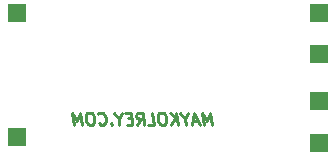
<source format=gbr>
%TF.GenerationSoftware,KiCad,Pcbnew,(5.1.6)-1*%
%TF.CreationDate,2020-12-19T22:24:40-05:00*%
%TF.ProjectId,cargadorDeBateriasLitIon,63617267-6164-46f7-9244-654261746572,rev?*%
%TF.SameCoordinates,Original*%
%TF.FileFunction,Soldermask,Bot*%
%TF.FilePolarity,Negative*%
%FSLAX46Y46*%
G04 Gerber Fmt 4.6, Leading zero omitted, Abs format (unit mm)*
G04 Created by KiCad (PCBNEW (5.1.6)-1) date 2020-12-19 22:24:40*
%MOMM*%
%LPD*%
G01*
G04 APERTURE LIST*
%ADD10C,0.250000*%
%ADD11R,1.600000X1.600000*%
G04 APERTURE END LIST*
D10*
X158941443Y-112452380D02*
X158816443Y-111452380D01*
X158572395Y-112166666D01*
X158149776Y-111452380D01*
X158274776Y-112452380D01*
X157810491Y-112166666D02*
X157334300Y-112166666D01*
X157941443Y-112452380D02*
X157483110Y-111452380D01*
X157274776Y-112452380D01*
X156691443Y-111976190D02*
X156750967Y-112452380D01*
X156959300Y-111452380D02*
X156691443Y-111976190D01*
X156292633Y-111452380D01*
X156084300Y-112452380D02*
X155959300Y-111452380D01*
X155512872Y-112452380D02*
X155870014Y-111880952D01*
X155387872Y-111452380D02*
X156030729Y-112023809D01*
X154768824Y-111452380D02*
X154578348Y-111452380D01*
X154489062Y-111500000D01*
X154405729Y-111595238D01*
X154381919Y-111785714D01*
X154423586Y-112119047D01*
X154495014Y-112309523D01*
X154602157Y-112404761D01*
X154703348Y-112452380D01*
X154893824Y-112452380D01*
X154983110Y-112404761D01*
X155066443Y-112309523D01*
X155090252Y-112119047D01*
X155048586Y-111785714D01*
X154977157Y-111595238D01*
X154870014Y-111500000D01*
X154768824Y-111452380D01*
X153560491Y-112452380D02*
X154036681Y-112452380D01*
X153911681Y-111452380D01*
X152655729Y-112452380D02*
X152929538Y-111976190D01*
X153227157Y-112452380D02*
X153102157Y-111452380D01*
X152721205Y-111452380D01*
X152631919Y-111500000D01*
X152590252Y-111547619D01*
X152554538Y-111642857D01*
X152572395Y-111785714D01*
X152631919Y-111880952D01*
X152685491Y-111928571D01*
X152786681Y-111976190D01*
X153167633Y-111976190D01*
X152161681Y-111928571D02*
X151828348Y-111928571D01*
X151750967Y-112452380D02*
X152227157Y-112452380D01*
X152102157Y-111452380D01*
X151625967Y-111452380D01*
X151072395Y-111976190D02*
X151131919Y-112452380D01*
X151340252Y-111452380D02*
X151072395Y-111976190D01*
X150673586Y-111452380D01*
X150453348Y-112357142D02*
X150411681Y-112404761D01*
X150465252Y-112452380D01*
X150506919Y-112404761D01*
X150453348Y-112357142D01*
X150465252Y-112452380D01*
X149405729Y-112357142D02*
X149459300Y-112404761D01*
X149608110Y-112452380D01*
X149703348Y-112452380D01*
X149840252Y-112404761D01*
X149923586Y-112309523D01*
X149959300Y-112214285D01*
X149983110Y-112023809D01*
X149965252Y-111880952D01*
X149893824Y-111690476D01*
X149834300Y-111595238D01*
X149727157Y-111500000D01*
X149578348Y-111452380D01*
X149483110Y-111452380D01*
X149346205Y-111500000D01*
X149304538Y-111547619D01*
X148673586Y-111452380D02*
X148483110Y-111452380D01*
X148393824Y-111500000D01*
X148310491Y-111595238D01*
X148286681Y-111785714D01*
X148328348Y-112119047D01*
X148399776Y-112309523D01*
X148506919Y-112404761D01*
X148608110Y-112452380D01*
X148798586Y-112452380D01*
X148887872Y-112404761D01*
X148971205Y-112309523D01*
X148995014Y-112119047D01*
X148953348Y-111785714D01*
X148881919Y-111595238D01*
X148774776Y-111500000D01*
X148673586Y-111452380D01*
X147941443Y-112452380D02*
X147816443Y-111452380D01*
X147572395Y-112166666D01*
X147149776Y-111452380D01*
X147274776Y-112452380D01*
D11*
%TO.C,J5*%
X168000000Y-114000000D03*
%TD*%
%TO.C,J6*%
X168000000Y-110500000D03*
%TD*%
%TO.C,J4*%
X168000000Y-103000000D03*
%TD*%
%TO.C,J3*%
X168000000Y-106500000D03*
%TD*%
%TO.C,J2*%
X142500000Y-103000000D03*
%TD*%
%TO.C,J1*%
X142500000Y-113500000D03*
%TD*%
M02*

</source>
